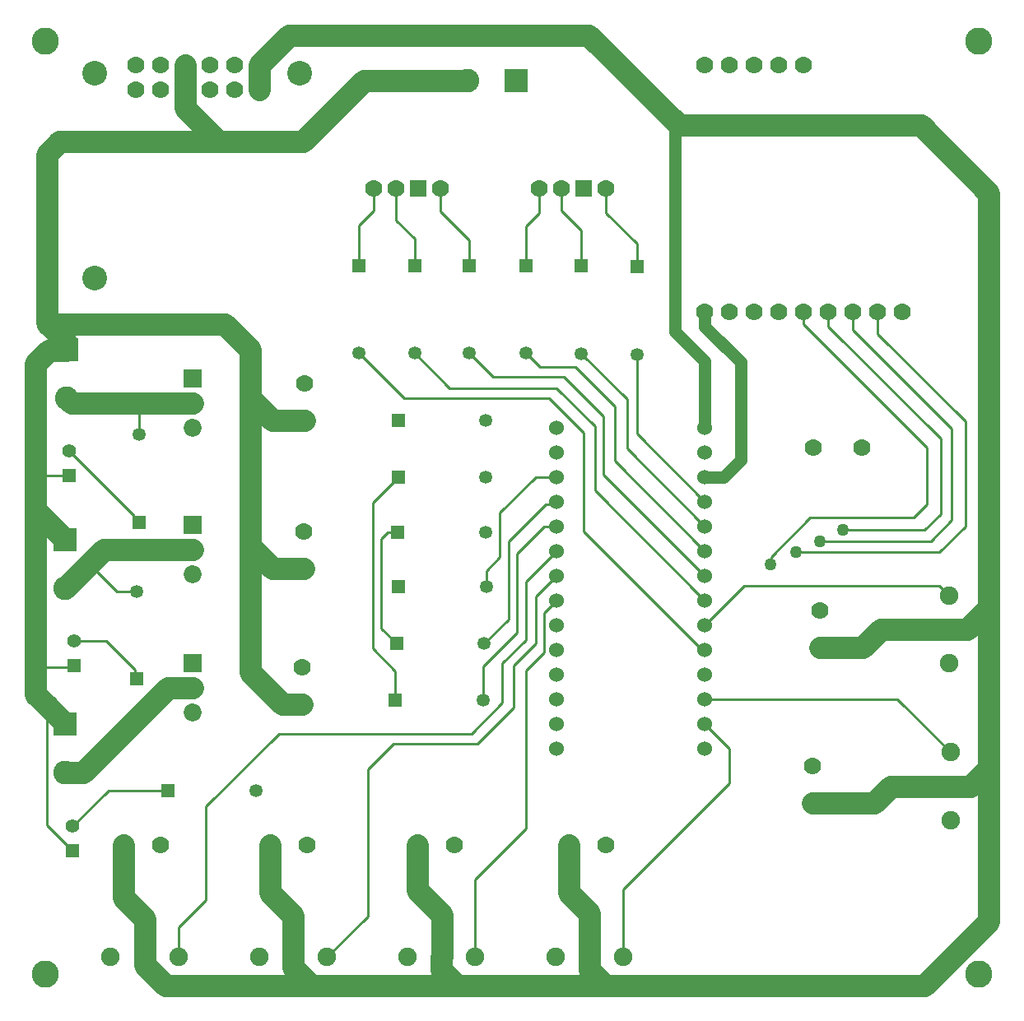
<source format=gtl>
G04*
G04 #@! TF.GenerationSoftware,Altium Limited,Altium Designer,25.7.1 (20)*
G04*
G04 Layer_Physical_Order=1*
G04 Layer_Color=255*
%FSLAX44Y44*%
%MOMM*%
G71*
G04*
G04 #@! TF.SameCoordinates,9BF2C3B0-3B17-4BF1-8F46-E5792BC6C144*
G04*
G04*
G04 #@! TF.FilePolarity,Positive*
G04*
G01*
G75*
%ADD11C,0.2540*%
%ADD27C,1.8500*%
%ADD28R,1.8500X1.8500*%
%ADD33C,2.2860*%
%ADD34C,1.2700*%
%ADD35C,1.4000*%
%ADD36R,1.4000X1.4000*%
%ADD37R,1.3500X1.3500*%
%ADD38C,1.3500*%
%ADD39R,1.3500X1.3500*%
%ADD40C,2.5400*%
%ADD41C,1.7780*%
%ADD42C,1.5300*%
%ADD43C,2.4213*%
%ADD44R,2.4213X2.4213*%
%ADD45R,2.4213X2.4213*%
%ADD46C,1.9050*%
%ADD47R,1.7780X1.7780*%
%ADD48C,2.7940*%
%ADD49C,1.2700*%
D11*
X495300Y457200D02*
Y502920D01*
X532130Y539750D02*
X553720D01*
X495300Y502920D02*
X532130Y539750D01*
X29210Y181610D02*
X55880Y154940D01*
X29210Y181610D02*
Y304800D01*
X101600Y422190D02*
X121920D01*
Y327660D02*
Y332190D01*
X119748Y334362D02*
Y341262D01*
X90170Y370840D02*
X119748Y341262D01*
Y334362D02*
X121920Y332190D01*
X118980Y498960D02*
Y499510D01*
X123910Y494030D02*
X124460D01*
X52070Y566420D02*
X118980Y499510D01*
Y498960D02*
X123910Y494030D01*
X124460Y580354D02*
Y615950D01*
X73660Y450130D02*
Y450850D01*
Y450130D02*
X101600Y422190D01*
X57150Y370840D02*
X90170D01*
X92710Y217170D02*
X154390D01*
X55880Y180340D02*
X92710Y217170D01*
X17780Y344170D02*
X55880D01*
X57150Y345440D01*
X17780Y541020D02*
X52070D01*
X998220Y240030D02*
Y241300D01*
X675640Y897890D02*
X679450Y901700D01*
X996950Y254000D02*
X998220D01*
X994410Y401320D02*
X998220D01*
X883920Y687070D02*
Y709930D01*
X974090Y488950D02*
Y596900D01*
X883920Y687070D02*
X974090Y596900D01*
X800100Y462280D02*
X947420D01*
X974090Y488950D01*
X350520Y757470D02*
Y798830D01*
X365760Y814070D01*
Y836930D01*
X407670Y757470D02*
Y784860D01*
X388620Y803910D02*
X407670Y784860D01*
X388620Y803910D02*
Y836930D01*
X463550Y757470D02*
Y783590D01*
X434340Y812800D02*
X463550Y783590D01*
X434340Y812800D02*
Y836930D01*
X521970Y757470D02*
Y797560D01*
X535940Y811530D01*
Y836930D01*
X579120Y756920D02*
Y793750D01*
X558800Y814070D02*
X579120Y793750D01*
X558800Y814070D02*
Y836930D01*
X636270Y756200D02*
Y779780D01*
X604520Y811530D02*
X636270Y779780D01*
X604520Y811530D02*
Y836930D01*
X373380Y384260D02*
X389340Y368300D01*
X373380Y384260D02*
Y476250D01*
X379730Y482600D01*
X390610D01*
X388070Y309880D02*
Y340200D01*
X364490Y363780D02*
X388070Y340200D01*
X364490Y363780D02*
Y513080D01*
X391160Y539750D01*
X833120Y694690D02*
Y709930D01*
X948690Y501650D02*
Y579120D01*
X833120Y694690D02*
X948690Y579120D01*
X932180Y485140D02*
X948690Y501650D01*
X848360Y485140D02*
X932180D01*
X858520Y690880D02*
Y709930D01*
X960120Y495300D02*
Y589280D01*
X858520Y690880D02*
X960120Y589280D01*
X938530Y473710D02*
X960120Y495300D01*
X824230Y473710D02*
X938530D01*
X481330Y426720D02*
Y443230D01*
X495300Y457200D01*
X551332Y511962D02*
X553720Y514350D01*
X479340Y368300D02*
X504190Y393150D01*
Y473710D02*
X542442Y511962D01*
X551332D01*
X504190Y393150D02*
Y473710D01*
X478070Y309880D02*
Y344720D01*
X541020Y488950D02*
X553720D01*
X513080Y461010D02*
X541020Y488950D01*
X478070Y344720D02*
X513080Y379730D01*
Y461010D01*
X165100Y45720D02*
Y76200D01*
X193040Y104140D01*
Y200660D01*
X267970Y275590D02*
X466090D01*
X193040Y200660D02*
X267970Y275590D01*
X466090D02*
X497840Y307340D01*
X521970Y431800D02*
X553720Y463550D01*
X497840Y347980D02*
X521970Y372110D01*
X497840Y307340D02*
Y347980D01*
X521970Y372110D02*
Y431800D01*
X317652Y45720D02*
X359410Y87478D01*
Y238760D01*
X386080Y265430D01*
X472440D01*
X509270Y302260D01*
Y345440D01*
X532130Y368300D01*
Y416560D01*
X553720Y438150D01*
X470052Y45720D02*
Y125882D01*
X521970Y177800D01*
Y340360D01*
X541020Y359410D01*
Y400050D01*
X553720Y412750D01*
X622452Y45720D02*
Y115722D01*
X731520Y224790D02*
Y260350D01*
X622452Y115722D02*
X731520Y224790D01*
X706120Y285750D02*
X731520Y260350D01*
X904392Y311150D02*
X958850Y256692D01*
X706120Y311150D02*
X904392D01*
X350520Y667470D02*
X396960Y621030D01*
X546100D01*
X581660Y585470D01*
Y483870D02*
X703580Y361950D01*
X581660Y483870D02*
Y585470D01*
X703580Y361950D02*
X706120D01*
X746760Y427990D02*
X947572D01*
X706120Y387350D02*
X746760Y427990D01*
X947572D02*
X957580Y417982D01*
X407670Y667470D02*
X443950Y631190D01*
X553720D01*
X593090Y591820D01*
Y525780D02*
X706120Y412750D01*
X593090Y525780D02*
Y591820D01*
X463550Y667470D02*
X488400Y642620D01*
X561340D02*
X601980Y601980D01*
X488400Y642620D02*
X561340D01*
X601980Y542290D02*
Y601980D01*
Y542290D02*
X706120Y438150D01*
X613410Y556260D02*
Y612140D01*
Y556260D02*
X706120Y463550D01*
X521970Y667470D02*
X536660Y652780D01*
X572770D01*
X613410Y612140D01*
X626110Y568960D02*
Y619930D01*
Y568960D02*
X706120Y488950D01*
X579120Y666920D02*
X626110Y619930D01*
X636270Y584200D02*
Y666200D01*
Y584200D02*
X706120Y514350D01*
X807720Y697230D02*
Y709930D01*
Y697230D02*
X934720Y570230D01*
X774398Y450547D02*
Y457901D01*
X773430Y449580D02*
X774398Y450547D01*
Y457901D02*
X814337Y497840D01*
X920750D02*
X934720Y511810D01*
Y570230D01*
X814337Y497840D02*
X920750D01*
D27*
X179070Y322580D02*
D03*
Y297180D02*
D03*
Y615950D02*
D03*
Y590550D02*
D03*
Y464820D02*
D03*
Y439420D02*
D03*
D28*
Y347980D02*
D03*
Y641350D02*
D03*
Y490220D02*
D03*
D33*
X48260Y425450D02*
X73660Y450850D01*
X47818Y425008D02*
X48260Y425450D01*
X124460Y615950D02*
X179070D01*
X54976D02*
X124460D01*
X73660Y450850D02*
X87630Y464820D01*
X48519Y236009D02*
X67099D01*
X153670Y322580D01*
X48260Y235750D02*
X48519Y236009D01*
X17780Y316230D02*
X29210Y304800D01*
X48260Y285750D01*
X17780Y344170D02*
Y510540D01*
Y541020D02*
Y656962D01*
Y505930D02*
Y510540D01*
Y505930D02*
X48260Y475450D01*
X87630Y464820D02*
X179070D01*
X17780Y316230D02*
Y344170D01*
X49530Y621030D02*
X49896D01*
X54976Y615950D01*
X31171Y670353D02*
X48854D01*
X17780Y656962D02*
X31171Y670353D01*
X48854D02*
X49530Y671030D01*
X17780Y510540D02*
Y541020D01*
X48854Y671706D02*
Y679074D01*
X30698Y697230D02*
X48854Y679074D01*
Y671706D02*
X49530Y671030D01*
X153670Y322580D02*
X179070D01*
X130099Y37541D02*
X151130Y16510D01*
X282651Y34849D02*
Y45720D01*
X130099D02*
Y85090D01*
X107950Y107239D02*
X130099Y85090D01*
Y37541D02*
Y45720D01*
X282651D02*
Y88311D01*
X300990Y16510D02*
X450850D01*
X151130D02*
X300990D01*
X450850D02*
X603250D01*
X435051Y32309D02*
X450850Y16510D01*
X282651Y34849D02*
X300990Y16510D01*
X435051Y45720D02*
X435610Y46279D01*
X435051Y32309D02*
Y45720D01*
X435610Y46279D02*
Y88900D01*
X107950Y107239D02*
Y161290D01*
X259080Y111882D02*
Y161290D01*
X247650Y938530D02*
Y963930D01*
X278130Y994410D01*
X259080Y111882D02*
X282651Y88311D01*
X410210Y114300D02*
X435610Y88900D01*
X566420Y111760D02*
X587451Y90729D01*
X410210Y114300D02*
Y161290D01*
X278130Y994410D02*
X586740D01*
X566420Y111760D02*
Y161290D01*
X586740Y994410D02*
X679450Y901700D01*
X587451Y32309D02*
X603250Y16510D01*
X587451Y32309D02*
Y45720D01*
X603250Y16510D02*
X932180D01*
X587451Y45720D02*
Y90729D01*
X816610Y204470D02*
X880110D01*
X897331Y221691D01*
X932180Y16510D02*
X998220Y82550D01*
X897331Y221691D02*
X958850D01*
X979881D01*
X998220Y240030D01*
Y254000D02*
Y401320D01*
Y82550D02*
Y240030D01*
Y241300D02*
Y254000D01*
X824230Y364490D02*
X868680D01*
X887171Y382981D01*
X957580D02*
X976071D01*
X887171D02*
X957580D01*
X928370Y901700D02*
X998220Y831850D01*
X679450Y901700D02*
X928370D01*
X976071Y382981D02*
X994410Y401320D01*
X998220D02*
Y831850D01*
X29210Y698718D02*
X30698Y697230D01*
X271780Y306070D02*
X292100D01*
X238760Y339090D02*
X271780Y306070D01*
X261620Y445770D02*
X293370D01*
X238760Y339090D02*
Y468630D01*
X261620Y445770D01*
X238760Y468630D02*
Y621030D01*
X261620Y598170D02*
X294640D01*
X238760Y621030D02*
X261620Y598170D01*
X238760Y621030D02*
Y670560D01*
X212090Y697230D02*
X238760Y670560D01*
X30698Y697230D02*
X212090D01*
X29210Y871636D02*
X42601Y885027D01*
X29210Y698718D02*
Y871636D01*
X42601Y885027D02*
X205903D01*
X171450Y938530D02*
Y963930D01*
Y919480D02*
Y938530D01*
Y919480D02*
X205903Y885027D01*
X293207D01*
X355600Y947420D01*
X461810D01*
D34*
X706120Y694690D02*
X742950Y657860D01*
X706120Y694690D02*
Y709930D01*
Y539750D02*
X725170D01*
X742950Y557530D02*
Y657860D01*
X725170Y539750D02*
X742950Y557530D01*
X675640Y689610D02*
Y897890D01*
Y689610D02*
X706120Y659130D01*
Y590550D02*
Y659130D01*
D35*
X57150Y370840D02*
D03*
X52070Y566420D02*
D03*
X55880Y180340D02*
D03*
D36*
X57150Y345440D02*
D03*
X52070Y541020D02*
D03*
X55880Y154940D02*
D03*
D37*
X154390Y217170D02*
D03*
X391330Y426720D02*
D03*
X391160Y598170D02*
D03*
X389340Y368300D02*
D03*
X390610Y482600D02*
D03*
X388070Y309880D02*
D03*
X391160Y539750D02*
D03*
D38*
X244390Y217170D02*
D03*
X121920Y422190D02*
D03*
X124460Y583480D02*
D03*
X480610Y482600D02*
D03*
X481160Y539750D02*
D03*
Y598170D02*
D03*
X481330Y426720D02*
D03*
X479340Y368300D02*
D03*
X478070Y309880D02*
D03*
X350520Y667470D02*
D03*
X407670D02*
D03*
X463550D02*
D03*
X521970D02*
D03*
X579120Y666920D02*
D03*
X636270Y666200D02*
D03*
D39*
X121920Y332190D02*
D03*
X124460Y493480D02*
D03*
X350520Y757470D02*
D03*
X407670D02*
D03*
X463550D02*
D03*
X521970D02*
D03*
X579120Y756920D02*
D03*
X636270Y756200D02*
D03*
D40*
X289560Y955040D02*
D03*
X78740D02*
D03*
Y744220D02*
D03*
D41*
X171450Y963930D02*
D03*
X146050D02*
D03*
X120650D02*
D03*
Y938530D02*
D03*
X146050D02*
D03*
X171450D02*
D03*
X247650D02*
D03*
Y963930D02*
D03*
X196850Y938530D02*
D03*
X222250D02*
D03*
X196850Y963930D02*
D03*
X222250D02*
D03*
X817880Y570230D02*
D03*
X867880D02*
D03*
X706120Y709930D02*
D03*
X107950Y161290D02*
D03*
X259080D02*
D03*
X566420D02*
D03*
X410210D02*
D03*
X816610Y204470D02*
D03*
X824230Y364490D02*
D03*
X292100Y306070D02*
D03*
X293370Y445770D02*
D03*
X294640Y598170D02*
D03*
X883920Y709930D02*
D03*
X146050Y161290D02*
D03*
X292100Y344170D02*
D03*
X297180Y161290D02*
D03*
X448310D02*
D03*
X293370Y483870D02*
D03*
X294640Y636270D02*
D03*
X604520Y161290D02*
D03*
X816610Y242570D02*
D03*
X824230Y402590D02*
D03*
X731520Y709930D02*
D03*
X365760Y836930D02*
D03*
X388620D02*
D03*
X434340D02*
D03*
X535940D02*
D03*
X558800D02*
D03*
X604520D02*
D03*
X833120Y709930D02*
D03*
X858520D02*
D03*
X782320D02*
D03*
X909320D02*
D03*
X807720D02*
D03*
Y963930D02*
D03*
X782320D02*
D03*
X756920D02*
D03*
X731520D02*
D03*
X706120D02*
D03*
X756920Y709930D02*
D03*
D42*
X553720Y260350D02*
D03*
Y285750D02*
D03*
Y311150D02*
D03*
Y336550D02*
D03*
Y361950D02*
D03*
Y387350D02*
D03*
Y412750D02*
D03*
Y438150D02*
D03*
Y463550D02*
D03*
Y488950D02*
D03*
Y514350D02*
D03*
Y539750D02*
D03*
Y565150D02*
D03*
Y590550D02*
D03*
X706120Y260350D02*
D03*
Y285750D02*
D03*
Y311150D02*
D03*
Y336550D02*
D03*
Y361950D02*
D03*
Y387350D02*
D03*
Y412750D02*
D03*
Y438150D02*
D03*
Y463550D02*
D03*
Y488950D02*
D03*
Y514350D02*
D03*
Y539750D02*
D03*
Y565150D02*
D03*
Y590550D02*
D03*
D43*
X461810Y947420D02*
D03*
X48260Y235750D02*
D03*
Y425450D02*
D03*
X49530Y621030D02*
D03*
D44*
X511810Y947420D02*
D03*
D45*
X48260Y285750D02*
D03*
Y475450D02*
D03*
X49530Y671030D02*
D03*
D46*
X130099Y45720D02*
D03*
X282651D02*
D03*
X435051D02*
D03*
X587451D02*
D03*
X958850Y221691D02*
D03*
X957580Y382981D02*
D03*
X95098Y45720D02*
D03*
X400050D02*
D03*
X247650D02*
D03*
X552450D02*
D03*
X958850Y186690D02*
D03*
X957580Y347980D02*
D03*
X165100Y45720D02*
D03*
X317652D02*
D03*
X470052D02*
D03*
X622452D02*
D03*
X958850Y256692D02*
D03*
X957580Y417982D02*
D03*
D47*
X411480Y836930D02*
D03*
X581660D02*
D03*
D48*
X988060Y27940D02*
D03*
X27940D02*
D03*
Y988060D02*
D03*
X988060D02*
D03*
D49*
X800100Y462280D02*
D03*
X848360Y485140D02*
D03*
X824230Y473710D02*
D03*
X773430Y449580D02*
D03*
M02*

</source>
